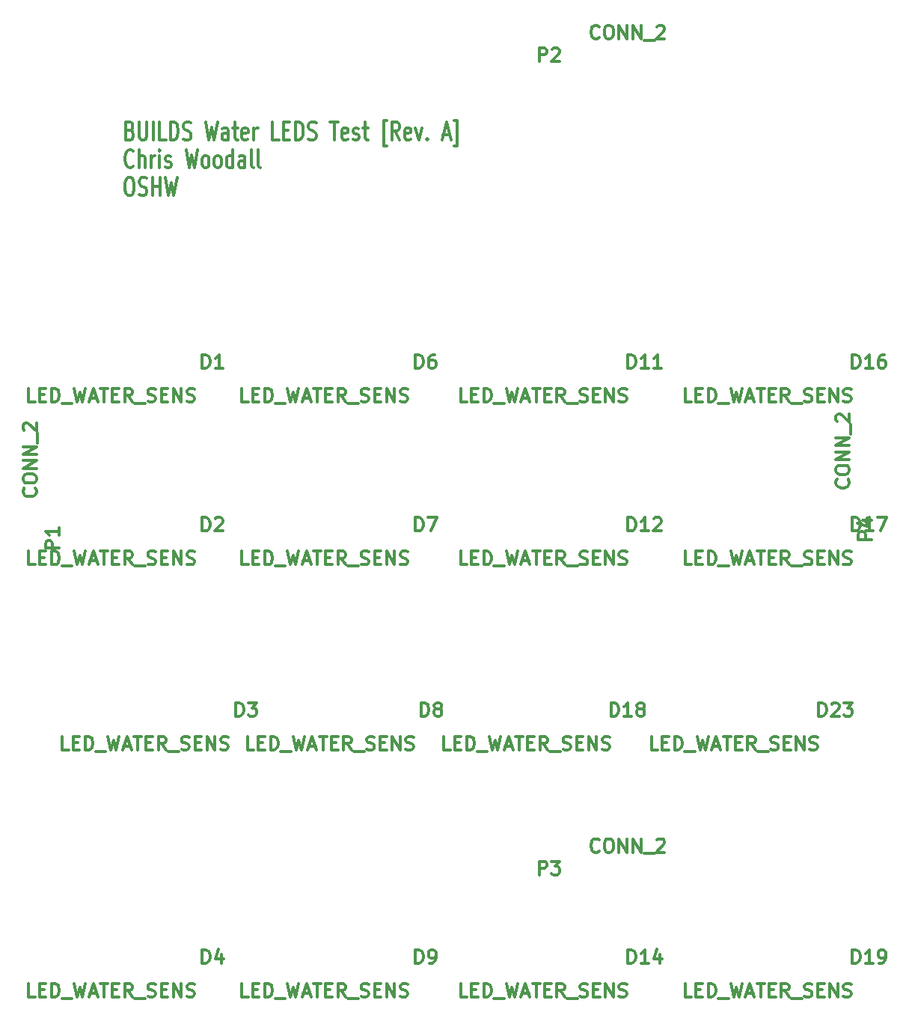
<source format=gto>
G04 (created by PCBNEW-RS274X (2011-nov-30)-testing) date Sat 18 Aug 2012 05:52:09 PM EDT*
%MOIN*%
G04 Gerber Fmt 3.4, Leading zero omitted, Abs format*
%FSLAX34Y34*%
G01*
G70*
G90*
G04 APERTURE LIST*
%ADD10C,0.006*%
%ADD11C,0.012*%
G04 APERTURE END LIST*
G54D10*
G54D11*
X62343Y-36655D02*
X62429Y-36693D01*
X62457Y-36731D01*
X62486Y-36807D01*
X62486Y-36921D01*
X62457Y-36998D01*
X62429Y-37036D01*
X62371Y-37074D01*
X62143Y-37074D01*
X62143Y-36274D01*
X62343Y-36274D01*
X62400Y-36312D01*
X62429Y-36350D01*
X62457Y-36426D01*
X62457Y-36502D01*
X62429Y-36579D01*
X62400Y-36617D01*
X62343Y-36655D01*
X62143Y-36655D01*
X62743Y-36274D02*
X62743Y-36921D01*
X62771Y-36998D01*
X62800Y-37036D01*
X62857Y-37074D01*
X62971Y-37074D01*
X63029Y-37036D01*
X63057Y-36998D01*
X63086Y-36921D01*
X63086Y-36274D01*
X63372Y-37074D02*
X63372Y-36274D01*
X63944Y-37074D02*
X63658Y-37074D01*
X63658Y-36274D01*
X64144Y-37074D02*
X64144Y-36274D01*
X64287Y-36274D01*
X64372Y-36312D01*
X64430Y-36388D01*
X64458Y-36464D01*
X64487Y-36617D01*
X64487Y-36731D01*
X64458Y-36883D01*
X64430Y-36960D01*
X64372Y-37036D01*
X64287Y-37074D01*
X64144Y-37074D01*
X64715Y-37036D02*
X64801Y-37074D01*
X64944Y-37074D01*
X65001Y-37036D01*
X65030Y-36998D01*
X65058Y-36921D01*
X65058Y-36845D01*
X65030Y-36769D01*
X65001Y-36731D01*
X64944Y-36693D01*
X64830Y-36655D01*
X64772Y-36617D01*
X64744Y-36579D01*
X64715Y-36502D01*
X64715Y-36426D01*
X64744Y-36350D01*
X64772Y-36312D01*
X64830Y-36274D01*
X64972Y-36274D01*
X65058Y-36312D01*
X65715Y-36274D02*
X65858Y-37074D01*
X65972Y-36502D01*
X66086Y-37074D01*
X66229Y-36274D01*
X66715Y-37074D02*
X66715Y-36655D01*
X66686Y-36579D01*
X66629Y-36540D01*
X66515Y-36540D01*
X66458Y-36579D01*
X66715Y-37036D02*
X66658Y-37074D01*
X66515Y-37074D01*
X66458Y-37036D01*
X66429Y-36960D01*
X66429Y-36883D01*
X66458Y-36807D01*
X66515Y-36769D01*
X66658Y-36769D01*
X66715Y-36731D01*
X66915Y-36540D02*
X67144Y-36540D01*
X67001Y-36274D02*
X67001Y-36960D01*
X67029Y-37036D01*
X67087Y-37074D01*
X67144Y-37074D01*
X67572Y-37036D02*
X67515Y-37074D01*
X67401Y-37074D01*
X67344Y-37036D01*
X67315Y-36960D01*
X67315Y-36655D01*
X67344Y-36579D01*
X67401Y-36540D01*
X67515Y-36540D01*
X67572Y-36579D01*
X67601Y-36655D01*
X67601Y-36731D01*
X67315Y-36807D01*
X67858Y-37074D02*
X67858Y-36540D01*
X67858Y-36693D02*
X67886Y-36617D01*
X67915Y-36579D01*
X67972Y-36540D01*
X68029Y-36540D01*
X68972Y-37074D02*
X68686Y-37074D01*
X68686Y-36274D01*
X69172Y-36655D02*
X69372Y-36655D01*
X69458Y-37074D02*
X69172Y-37074D01*
X69172Y-36274D01*
X69458Y-36274D01*
X69715Y-37074D02*
X69715Y-36274D01*
X69858Y-36274D01*
X69943Y-36312D01*
X70001Y-36388D01*
X70029Y-36464D01*
X70058Y-36617D01*
X70058Y-36731D01*
X70029Y-36883D01*
X70001Y-36960D01*
X69943Y-37036D01*
X69858Y-37074D01*
X69715Y-37074D01*
X70286Y-37036D02*
X70372Y-37074D01*
X70515Y-37074D01*
X70572Y-37036D01*
X70601Y-36998D01*
X70629Y-36921D01*
X70629Y-36845D01*
X70601Y-36769D01*
X70572Y-36731D01*
X70515Y-36693D01*
X70401Y-36655D01*
X70343Y-36617D01*
X70315Y-36579D01*
X70286Y-36502D01*
X70286Y-36426D01*
X70315Y-36350D01*
X70343Y-36312D01*
X70401Y-36274D01*
X70543Y-36274D01*
X70629Y-36312D01*
X71257Y-36274D02*
X71600Y-36274D01*
X71429Y-37074D02*
X71429Y-36274D01*
X72028Y-37036D02*
X71971Y-37074D01*
X71857Y-37074D01*
X71800Y-37036D01*
X71771Y-36960D01*
X71771Y-36655D01*
X71800Y-36579D01*
X71857Y-36540D01*
X71971Y-36540D01*
X72028Y-36579D01*
X72057Y-36655D01*
X72057Y-36731D01*
X71771Y-36807D01*
X72285Y-37036D02*
X72342Y-37074D01*
X72457Y-37074D01*
X72514Y-37036D01*
X72542Y-36960D01*
X72542Y-36921D01*
X72514Y-36845D01*
X72457Y-36807D01*
X72371Y-36807D01*
X72314Y-36769D01*
X72285Y-36693D01*
X72285Y-36655D01*
X72314Y-36579D01*
X72371Y-36540D01*
X72457Y-36540D01*
X72514Y-36579D01*
X72714Y-36540D02*
X72943Y-36540D01*
X72800Y-36274D02*
X72800Y-36960D01*
X72828Y-37036D01*
X72886Y-37074D01*
X72943Y-37074D01*
X73771Y-37340D02*
X73628Y-37340D01*
X73628Y-36198D01*
X73771Y-36198D01*
X74343Y-37074D02*
X74143Y-36693D01*
X74000Y-37074D02*
X74000Y-36274D01*
X74228Y-36274D01*
X74286Y-36312D01*
X74314Y-36350D01*
X74343Y-36426D01*
X74343Y-36540D01*
X74314Y-36617D01*
X74286Y-36655D01*
X74228Y-36693D01*
X74000Y-36693D01*
X74828Y-37036D02*
X74771Y-37074D01*
X74657Y-37074D01*
X74600Y-37036D01*
X74571Y-36960D01*
X74571Y-36655D01*
X74600Y-36579D01*
X74657Y-36540D01*
X74771Y-36540D01*
X74828Y-36579D01*
X74857Y-36655D01*
X74857Y-36731D01*
X74571Y-36807D01*
X75057Y-36540D02*
X75200Y-37074D01*
X75342Y-36540D01*
X75571Y-36998D02*
X75599Y-37036D01*
X75571Y-37074D01*
X75542Y-37036D01*
X75571Y-36998D01*
X75571Y-37074D01*
X76285Y-36845D02*
X76571Y-36845D01*
X76228Y-37074D02*
X76428Y-36274D01*
X76628Y-37074D01*
X76771Y-37340D02*
X76914Y-37340D01*
X76914Y-36198D01*
X76771Y-36198D01*
X62486Y-38238D02*
X62457Y-38276D01*
X62371Y-38314D01*
X62314Y-38314D01*
X62229Y-38276D01*
X62171Y-38200D01*
X62143Y-38123D01*
X62114Y-37971D01*
X62114Y-37857D01*
X62143Y-37704D01*
X62171Y-37628D01*
X62229Y-37552D01*
X62314Y-37514D01*
X62371Y-37514D01*
X62457Y-37552D01*
X62486Y-37590D01*
X62743Y-38314D02*
X62743Y-37514D01*
X63000Y-38314D02*
X63000Y-37895D01*
X62971Y-37819D01*
X62914Y-37780D01*
X62829Y-37780D01*
X62771Y-37819D01*
X62743Y-37857D01*
X63286Y-38314D02*
X63286Y-37780D01*
X63286Y-37933D02*
X63314Y-37857D01*
X63343Y-37819D01*
X63400Y-37780D01*
X63457Y-37780D01*
X63657Y-38314D02*
X63657Y-37780D01*
X63657Y-37514D02*
X63628Y-37552D01*
X63657Y-37590D01*
X63685Y-37552D01*
X63657Y-37514D01*
X63657Y-37590D01*
X63914Y-38276D02*
X63971Y-38314D01*
X64086Y-38314D01*
X64143Y-38276D01*
X64171Y-38200D01*
X64171Y-38161D01*
X64143Y-38085D01*
X64086Y-38047D01*
X64000Y-38047D01*
X63943Y-38009D01*
X63914Y-37933D01*
X63914Y-37895D01*
X63943Y-37819D01*
X64000Y-37780D01*
X64086Y-37780D01*
X64143Y-37819D01*
X64829Y-37514D02*
X64972Y-38314D01*
X65086Y-37742D01*
X65200Y-38314D01*
X65343Y-37514D01*
X65658Y-38314D02*
X65600Y-38276D01*
X65572Y-38238D01*
X65543Y-38161D01*
X65543Y-37933D01*
X65572Y-37857D01*
X65600Y-37819D01*
X65658Y-37780D01*
X65743Y-37780D01*
X65800Y-37819D01*
X65829Y-37857D01*
X65858Y-37933D01*
X65858Y-38161D01*
X65829Y-38238D01*
X65800Y-38276D01*
X65743Y-38314D01*
X65658Y-38314D01*
X66201Y-38314D02*
X66143Y-38276D01*
X66115Y-38238D01*
X66086Y-38161D01*
X66086Y-37933D01*
X66115Y-37857D01*
X66143Y-37819D01*
X66201Y-37780D01*
X66286Y-37780D01*
X66343Y-37819D01*
X66372Y-37857D01*
X66401Y-37933D01*
X66401Y-38161D01*
X66372Y-38238D01*
X66343Y-38276D01*
X66286Y-38314D01*
X66201Y-38314D01*
X66915Y-38314D02*
X66915Y-37514D01*
X66915Y-38276D02*
X66858Y-38314D01*
X66744Y-38314D01*
X66686Y-38276D01*
X66658Y-38238D01*
X66629Y-38161D01*
X66629Y-37933D01*
X66658Y-37857D01*
X66686Y-37819D01*
X66744Y-37780D01*
X66858Y-37780D01*
X66915Y-37819D01*
X67458Y-38314D02*
X67458Y-37895D01*
X67429Y-37819D01*
X67372Y-37780D01*
X67258Y-37780D01*
X67201Y-37819D01*
X67458Y-38276D02*
X67401Y-38314D01*
X67258Y-38314D01*
X67201Y-38276D01*
X67172Y-38200D01*
X67172Y-38123D01*
X67201Y-38047D01*
X67258Y-38009D01*
X67401Y-38009D01*
X67458Y-37971D01*
X67830Y-38314D02*
X67772Y-38276D01*
X67744Y-38200D01*
X67744Y-37514D01*
X68144Y-38314D02*
X68086Y-38276D01*
X68058Y-38200D01*
X68058Y-37514D01*
X62257Y-38754D02*
X62371Y-38754D01*
X62429Y-38792D01*
X62486Y-38868D01*
X62514Y-39020D01*
X62514Y-39287D01*
X62486Y-39440D01*
X62429Y-39516D01*
X62371Y-39554D01*
X62257Y-39554D01*
X62200Y-39516D01*
X62143Y-39440D01*
X62114Y-39287D01*
X62114Y-39020D01*
X62143Y-38868D01*
X62200Y-38792D01*
X62257Y-38754D01*
X62743Y-39516D02*
X62829Y-39554D01*
X62972Y-39554D01*
X63029Y-39516D01*
X63058Y-39478D01*
X63086Y-39401D01*
X63086Y-39325D01*
X63058Y-39249D01*
X63029Y-39211D01*
X62972Y-39173D01*
X62858Y-39135D01*
X62800Y-39097D01*
X62772Y-39059D01*
X62743Y-38982D01*
X62743Y-38906D01*
X62772Y-38830D01*
X62800Y-38792D01*
X62858Y-38754D01*
X63000Y-38754D01*
X63086Y-38792D01*
X63343Y-39554D02*
X63343Y-38754D01*
X63343Y-39135D02*
X63686Y-39135D01*
X63686Y-39554D02*
X63686Y-38754D01*
X63915Y-38754D02*
X64058Y-39554D01*
X64172Y-38982D01*
X64286Y-39554D01*
X64429Y-38754D01*
X75058Y-73743D02*
X75058Y-73143D01*
X75201Y-73143D01*
X75286Y-73171D01*
X75344Y-73229D01*
X75372Y-73286D01*
X75401Y-73400D01*
X75401Y-73486D01*
X75372Y-73600D01*
X75344Y-73657D01*
X75286Y-73714D01*
X75201Y-73743D01*
X75058Y-73743D01*
X75686Y-73743D02*
X75801Y-73743D01*
X75858Y-73714D01*
X75886Y-73686D01*
X75944Y-73600D01*
X75972Y-73486D01*
X75972Y-73257D01*
X75944Y-73200D01*
X75915Y-73171D01*
X75858Y-73143D01*
X75744Y-73143D01*
X75686Y-73171D01*
X75658Y-73200D01*
X75629Y-73257D01*
X75629Y-73400D01*
X75658Y-73457D01*
X75686Y-73486D01*
X75744Y-73514D01*
X75858Y-73514D01*
X75915Y-73486D01*
X75944Y-73457D01*
X75972Y-73400D01*
X67601Y-75243D02*
X67315Y-75243D01*
X67315Y-74643D01*
X67801Y-74929D02*
X68001Y-74929D01*
X68087Y-75243D02*
X67801Y-75243D01*
X67801Y-74643D01*
X68087Y-74643D01*
X68344Y-75243D02*
X68344Y-74643D01*
X68487Y-74643D01*
X68572Y-74671D01*
X68630Y-74729D01*
X68658Y-74786D01*
X68687Y-74900D01*
X68687Y-74986D01*
X68658Y-75100D01*
X68630Y-75157D01*
X68572Y-75214D01*
X68487Y-75243D01*
X68344Y-75243D01*
X68801Y-75300D02*
X69258Y-75300D01*
X69344Y-74643D02*
X69487Y-75243D01*
X69601Y-74814D01*
X69715Y-75243D01*
X69858Y-74643D01*
X70058Y-75071D02*
X70344Y-75071D01*
X70001Y-75243D02*
X70201Y-74643D01*
X70401Y-75243D01*
X70515Y-74643D02*
X70858Y-74643D01*
X70687Y-75243D02*
X70687Y-74643D01*
X71058Y-74929D02*
X71258Y-74929D01*
X71344Y-75243D02*
X71058Y-75243D01*
X71058Y-74643D01*
X71344Y-74643D01*
X71944Y-75243D02*
X71744Y-74957D01*
X71601Y-75243D02*
X71601Y-74643D01*
X71829Y-74643D01*
X71887Y-74671D01*
X71915Y-74700D01*
X71944Y-74757D01*
X71944Y-74843D01*
X71915Y-74900D01*
X71887Y-74929D01*
X71829Y-74957D01*
X71601Y-74957D01*
X72058Y-75300D02*
X72515Y-75300D01*
X72629Y-75214D02*
X72715Y-75243D01*
X72858Y-75243D01*
X72915Y-75214D01*
X72944Y-75186D01*
X72972Y-75129D01*
X72972Y-75071D01*
X72944Y-75014D01*
X72915Y-74986D01*
X72858Y-74957D01*
X72744Y-74929D01*
X72686Y-74900D01*
X72658Y-74871D01*
X72629Y-74814D01*
X72629Y-74757D01*
X72658Y-74700D01*
X72686Y-74671D01*
X72744Y-74643D01*
X72886Y-74643D01*
X72972Y-74671D01*
X73229Y-74929D02*
X73429Y-74929D01*
X73515Y-75243D02*
X73229Y-75243D01*
X73229Y-74643D01*
X73515Y-74643D01*
X73772Y-75243D02*
X73772Y-74643D01*
X74115Y-75243D01*
X74115Y-74643D01*
X74372Y-75214D02*
X74458Y-75243D01*
X74601Y-75243D01*
X74658Y-75214D01*
X74687Y-75186D01*
X74715Y-75129D01*
X74715Y-75071D01*
X74687Y-75014D01*
X74658Y-74986D01*
X74601Y-74957D01*
X74487Y-74929D01*
X74429Y-74900D01*
X74401Y-74871D01*
X74372Y-74814D01*
X74372Y-74757D01*
X74401Y-74700D01*
X74429Y-74671D01*
X74487Y-74643D01*
X74629Y-74643D01*
X74715Y-74671D01*
X95387Y-54866D02*
X94787Y-54866D01*
X94787Y-54638D01*
X94815Y-54580D01*
X94844Y-54552D01*
X94901Y-54523D01*
X94987Y-54523D01*
X95044Y-54552D01*
X95073Y-54580D01*
X95101Y-54638D01*
X95101Y-54866D01*
X94987Y-54009D02*
X95387Y-54009D01*
X94758Y-54152D02*
X95187Y-54295D01*
X95187Y-53923D01*
X94330Y-52195D02*
X94358Y-52224D01*
X94387Y-52310D01*
X94387Y-52367D01*
X94358Y-52452D01*
X94301Y-52510D01*
X94244Y-52538D01*
X94130Y-52567D01*
X94044Y-52567D01*
X93930Y-52538D01*
X93873Y-52510D01*
X93815Y-52452D01*
X93787Y-52367D01*
X93787Y-52310D01*
X93815Y-52224D01*
X93844Y-52195D01*
X93787Y-51824D02*
X93787Y-51710D01*
X93815Y-51652D01*
X93873Y-51595D01*
X93987Y-51567D01*
X94187Y-51567D01*
X94301Y-51595D01*
X94358Y-51652D01*
X94387Y-51710D01*
X94387Y-51824D01*
X94358Y-51881D01*
X94301Y-51938D01*
X94187Y-51967D01*
X93987Y-51967D01*
X93873Y-51938D01*
X93815Y-51881D01*
X93787Y-51824D01*
X94387Y-51309D02*
X93787Y-51309D01*
X94387Y-50966D01*
X93787Y-50966D01*
X94387Y-50680D02*
X93787Y-50680D01*
X94387Y-50337D01*
X93787Y-50337D01*
X94444Y-50194D02*
X94444Y-49737D01*
X93844Y-49623D02*
X93815Y-49594D01*
X93787Y-49537D01*
X93787Y-49394D01*
X93815Y-49337D01*
X93844Y-49308D01*
X93901Y-49280D01*
X93958Y-49280D01*
X94044Y-49308D01*
X94387Y-49651D01*
X94387Y-49280D01*
X80567Y-69797D02*
X80567Y-69197D01*
X80795Y-69197D01*
X80853Y-69225D01*
X80881Y-69254D01*
X80910Y-69311D01*
X80910Y-69397D01*
X80881Y-69454D01*
X80853Y-69483D01*
X80795Y-69511D01*
X80567Y-69511D01*
X81110Y-69197D02*
X81481Y-69197D01*
X81281Y-69425D01*
X81367Y-69425D01*
X81424Y-69454D01*
X81453Y-69483D01*
X81481Y-69540D01*
X81481Y-69683D01*
X81453Y-69740D01*
X81424Y-69768D01*
X81367Y-69797D01*
X81195Y-69797D01*
X81138Y-69768D01*
X81110Y-69740D01*
X83238Y-68740D02*
X83209Y-68768D01*
X83123Y-68797D01*
X83066Y-68797D01*
X82981Y-68768D01*
X82923Y-68711D01*
X82895Y-68654D01*
X82866Y-68540D01*
X82866Y-68454D01*
X82895Y-68340D01*
X82923Y-68283D01*
X82981Y-68225D01*
X83066Y-68197D01*
X83123Y-68197D01*
X83209Y-68225D01*
X83238Y-68254D01*
X83609Y-68197D02*
X83723Y-68197D01*
X83781Y-68225D01*
X83838Y-68283D01*
X83866Y-68397D01*
X83866Y-68597D01*
X83838Y-68711D01*
X83781Y-68768D01*
X83723Y-68797D01*
X83609Y-68797D01*
X83552Y-68768D01*
X83495Y-68711D01*
X83466Y-68597D01*
X83466Y-68397D01*
X83495Y-68283D01*
X83552Y-68225D01*
X83609Y-68197D01*
X84124Y-68797D02*
X84124Y-68197D01*
X84467Y-68797D01*
X84467Y-68197D01*
X84753Y-68797D02*
X84753Y-68197D01*
X85096Y-68797D01*
X85096Y-68197D01*
X85239Y-68854D02*
X85696Y-68854D01*
X85810Y-68254D02*
X85839Y-68225D01*
X85896Y-68197D01*
X86039Y-68197D01*
X86096Y-68225D01*
X86125Y-68254D01*
X86153Y-68311D01*
X86153Y-68368D01*
X86125Y-68454D01*
X85782Y-68797D01*
X86153Y-68797D01*
X80567Y-33576D02*
X80567Y-32976D01*
X80795Y-32976D01*
X80853Y-33004D01*
X80881Y-33033D01*
X80910Y-33090D01*
X80910Y-33176D01*
X80881Y-33233D01*
X80853Y-33262D01*
X80795Y-33290D01*
X80567Y-33290D01*
X81138Y-33033D02*
X81167Y-33004D01*
X81224Y-32976D01*
X81367Y-32976D01*
X81424Y-33004D01*
X81453Y-33033D01*
X81481Y-33090D01*
X81481Y-33147D01*
X81453Y-33233D01*
X81110Y-33576D01*
X81481Y-33576D01*
X83238Y-32519D02*
X83209Y-32547D01*
X83123Y-32576D01*
X83066Y-32576D01*
X82981Y-32547D01*
X82923Y-32490D01*
X82895Y-32433D01*
X82866Y-32319D01*
X82866Y-32233D01*
X82895Y-32119D01*
X82923Y-32062D01*
X82981Y-32004D01*
X83066Y-31976D01*
X83123Y-31976D01*
X83209Y-32004D01*
X83238Y-32033D01*
X83609Y-31976D02*
X83723Y-31976D01*
X83781Y-32004D01*
X83838Y-32062D01*
X83866Y-32176D01*
X83866Y-32376D01*
X83838Y-32490D01*
X83781Y-32547D01*
X83723Y-32576D01*
X83609Y-32576D01*
X83552Y-32547D01*
X83495Y-32490D01*
X83466Y-32376D01*
X83466Y-32176D01*
X83495Y-32062D01*
X83552Y-32004D01*
X83609Y-31976D01*
X84124Y-32576D02*
X84124Y-31976D01*
X84467Y-32576D01*
X84467Y-31976D01*
X84753Y-32576D02*
X84753Y-31976D01*
X85096Y-32576D01*
X85096Y-31976D01*
X85239Y-32633D02*
X85696Y-32633D01*
X85810Y-32033D02*
X85839Y-32004D01*
X85896Y-31976D01*
X86039Y-31976D01*
X86096Y-32004D01*
X86125Y-32033D01*
X86153Y-32090D01*
X86153Y-32147D01*
X86125Y-32233D01*
X85782Y-32576D01*
X86153Y-32576D01*
X59167Y-55260D02*
X58567Y-55260D01*
X58567Y-55032D01*
X58595Y-54974D01*
X58624Y-54946D01*
X58681Y-54917D01*
X58767Y-54917D01*
X58824Y-54946D01*
X58853Y-54974D01*
X58881Y-55032D01*
X58881Y-55260D01*
X59167Y-54346D02*
X59167Y-54689D01*
X59167Y-54517D02*
X58567Y-54517D01*
X58653Y-54574D01*
X58710Y-54632D01*
X58738Y-54689D01*
X58110Y-52589D02*
X58138Y-52618D01*
X58167Y-52704D01*
X58167Y-52761D01*
X58138Y-52846D01*
X58081Y-52904D01*
X58024Y-52932D01*
X57910Y-52961D01*
X57824Y-52961D01*
X57710Y-52932D01*
X57653Y-52904D01*
X57595Y-52846D01*
X57567Y-52761D01*
X57567Y-52704D01*
X57595Y-52618D01*
X57624Y-52589D01*
X57567Y-52218D02*
X57567Y-52104D01*
X57595Y-52046D01*
X57653Y-51989D01*
X57767Y-51961D01*
X57967Y-51961D01*
X58081Y-51989D01*
X58138Y-52046D01*
X58167Y-52104D01*
X58167Y-52218D01*
X58138Y-52275D01*
X58081Y-52332D01*
X57967Y-52361D01*
X57767Y-52361D01*
X57653Y-52332D01*
X57595Y-52275D01*
X57567Y-52218D01*
X58167Y-51703D02*
X57567Y-51703D01*
X58167Y-51360D01*
X57567Y-51360D01*
X58167Y-51074D02*
X57567Y-51074D01*
X58167Y-50731D01*
X57567Y-50731D01*
X58224Y-50588D02*
X58224Y-50131D01*
X57624Y-50017D02*
X57595Y-49988D01*
X57567Y-49931D01*
X57567Y-49788D01*
X57595Y-49731D01*
X57624Y-49702D01*
X57681Y-49674D01*
X57738Y-49674D01*
X57824Y-49702D01*
X58167Y-50045D01*
X58167Y-49674D01*
X65558Y-73743D02*
X65558Y-73143D01*
X65701Y-73143D01*
X65786Y-73171D01*
X65844Y-73229D01*
X65872Y-73286D01*
X65901Y-73400D01*
X65901Y-73486D01*
X65872Y-73600D01*
X65844Y-73657D01*
X65786Y-73714D01*
X65701Y-73743D01*
X65558Y-73743D01*
X66415Y-73343D02*
X66415Y-73743D01*
X66272Y-73114D02*
X66129Y-73543D01*
X66501Y-73543D01*
X58101Y-75243D02*
X57815Y-75243D01*
X57815Y-74643D01*
X58301Y-74929D02*
X58501Y-74929D01*
X58587Y-75243D02*
X58301Y-75243D01*
X58301Y-74643D01*
X58587Y-74643D01*
X58844Y-75243D02*
X58844Y-74643D01*
X58987Y-74643D01*
X59072Y-74671D01*
X59130Y-74729D01*
X59158Y-74786D01*
X59187Y-74900D01*
X59187Y-74986D01*
X59158Y-75100D01*
X59130Y-75157D01*
X59072Y-75214D01*
X58987Y-75243D01*
X58844Y-75243D01*
X59301Y-75300D02*
X59758Y-75300D01*
X59844Y-74643D02*
X59987Y-75243D01*
X60101Y-74814D01*
X60215Y-75243D01*
X60358Y-74643D01*
X60558Y-75071D02*
X60844Y-75071D01*
X60501Y-75243D02*
X60701Y-74643D01*
X60901Y-75243D01*
X61015Y-74643D02*
X61358Y-74643D01*
X61187Y-75243D02*
X61187Y-74643D01*
X61558Y-74929D02*
X61758Y-74929D01*
X61844Y-75243D02*
X61558Y-75243D01*
X61558Y-74643D01*
X61844Y-74643D01*
X62444Y-75243D02*
X62244Y-74957D01*
X62101Y-75243D02*
X62101Y-74643D01*
X62329Y-74643D01*
X62387Y-74671D01*
X62415Y-74700D01*
X62444Y-74757D01*
X62444Y-74843D01*
X62415Y-74900D01*
X62387Y-74929D01*
X62329Y-74957D01*
X62101Y-74957D01*
X62558Y-75300D02*
X63015Y-75300D01*
X63129Y-75214D02*
X63215Y-75243D01*
X63358Y-75243D01*
X63415Y-75214D01*
X63444Y-75186D01*
X63472Y-75129D01*
X63472Y-75071D01*
X63444Y-75014D01*
X63415Y-74986D01*
X63358Y-74957D01*
X63244Y-74929D01*
X63186Y-74900D01*
X63158Y-74871D01*
X63129Y-74814D01*
X63129Y-74757D01*
X63158Y-74700D01*
X63186Y-74671D01*
X63244Y-74643D01*
X63386Y-74643D01*
X63472Y-74671D01*
X63729Y-74929D02*
X63929Y-74929D01*
X64015Y-75243D02*
X63729Y-75243D01*
X63729Y-74643D01*
X64015Y-74643D01*
X64272Y-75243D02*
X64272Y-74643D01*
X64615Y-75243D01*
X64615Y-74643D01*
X64872Y-75214D02*
X64958Y-75243D01*
X65101Y-75243D01*
X65158Y-75214D01*
X65187Y-75186D01*
X65215Y-75129D01*
X65215Y-75071D01*
X65187Y-75014D01*
X65158Y-74986D01*
X65101Y-74957D01*
X64987Y-74929D01*
X64929Y-74900D01*
X64901Y-74871D01*
X64872Y-74814D01*
X64872Y-74757D01*
X64901Y-74700D01*
X64929Y-74671D01*
X64987Y-74643D01*
X65129Y-74643D01*
X65215Y-74671D01*
X94522Y-73743D02*
X94522Y-73143D01*
X94665Y-73143D01*
X94750Y-73171D01*
X94808Y-73229D01*
X94836Y-73286D01*
X94865Y-73400D01*
X94865Y-73486D01*
X94836Y-73600D01*
X94808Y-73657D01*
X94750Y-73714D01*
X94665Y-73743D01*
X94522Y-73743D01*
X95436Y-73743D02*
X95093Y-73743D01*
X95265Y-73743D02*
X95265Y-73143D01*
X95208Y-73229D01*
X95150Y-73286D01*
X95093Y-73314D01*
X95721Y-73743D02*
X95836Y-73743D01*
X95893Y-73714D01*
X95921Y-73686D01*
X95979Y-73600D01*
X96007Y-73486D01*
X96007Y-73257D01*
X95979Y-73200D01*
X95950Y-73171D01*
X95893Y-73143D01*
X95779Y-73143D01*
X95721Y-73171D01*
X95693Y-73200D01*
X95664Y-73257D01*
X95664Y-73400D01*
X95693Y-73457D01*
X95721Y-73486D01*
X95779Y-73514D01*
X95893Y-73514D01*
X95950Y-73486D01*
X95979Y-73457D01*
X96007Y-73400D01*
X87351Y-75243D02*
X87065Y-75243D01*
X87065Y-74643D01*
X87551Y-74929D02*
X87751Y-74929D01*
X87837Y-75243D02*
X87551Y-75243D01*
X87551Y-74643D01*
X87837Y-74643D01*
X88094Y-75243D02*
X88094Y-74643D01*
X88237Y-74643D01*
X88322Y-74671D01*
X88380Y-74729D01*
X88408Y-74786D01*
X88437Y-74900D01*
X88437Y-74986D01*
X88408Y-75100D01*
X88380Y-75157D01*
X88322Y-75214D01*
X88237Y-75243D01*
X88094Y-75243D01*
X88551Y-75300D02*
X89008Y-75300D01*
X89094Y-74643D02*
X89237Y-75243D01*
X89351Y-74814D01*
X89465Y-75243D01*
X89608Y-74643D01*
X89808Y-75071D02*
X90094Y-75071D01*
X89751Y-75243D02*
X89951Y-74643D01*
X90151Y-75243D01*
X90265Y-74643D02*
X90608Y-74643D01*
X90437Y-75243D02*
X90437Y-74643D01*
X90808Y-74929D02*
X91008Y-74929D01*
X91094Y-75243D02*
X90808Y-75243D01*
X90808Y-74643D01*
X91094Y-74643D01*
X91694Y-75243D02*
X91494Y-74957D01*
X91351Y-75243D02*
X91351Y-74643D01*
X91579Y-74643D01*
X91637Y-74671D01*
X91665Y-74700D01*
X91694Y-74757D01*
X91694Y-74843D01*
X91665Y-74900D01*
X91637Y-74929D01*
X91579Y-74957D01*
X91351Y-74957D01*
X91808Y-75300D02*
X92265Y-75300D01*
X92379Y-75214D02*
X92465Y-75243D01*
X92608Y-75243D01*
X92665Y-75214D01*
X92694Y-75186D01*
X92722Y-75129D01*
X92722Y-75071D01*
X92694Y-75014D01*
X92665Y-74986D01*
X92608Y-74957D01*
X92494Y-74929D01*
X92436Y-74900D01*
X92408Y-74871D01*
X92379Y-74814D01*
X92379Y-74757D01*
X92408Y-74700D01*
X92436Y-74671D01*
X92494Y-74643D01*
X92636Y-74643D01*
X92722Y-74671D01*
X92979Y-74929D02*
X93179Y-74929D01*
X93265Y-75243D02*
X92979Y-75243D01*
X92979Y-74643D01*
X93265Y-74643D01*
X93522Y-75243D02*
X93522Y-74643D01*
X93865Y-75243D01*
X93865Y-74643D01*
X94122Y-75214D02*
X94208Y-75243D01*
X94351Y-75243D01*
X94408Y-75214D01*
X94437Y-75186D01*
X94465Y-75129D01*
X94465Y-75071D01*
X94437Y-75014D01*
X94408Y-74986D01*
X94351Y-74957D01*
X94237Y-74929D01*
X94179Y-74900D01*
X94151Y-74871D01*
X94122Y-74814D01*
X94122Y-74757D01*
X94151Y-74700D01*
X94179Y-74671D01*
X94237Y-74643D01*
X94379Y-74643D01*
X94465Y-74671D01*
X84522Y-73743D02*
X84522Y-73143D01*
X84665Y-73143D01*
X84750Y-73171D01*
X84808Y-73229D01*
X84836Y-73286D01*
X84865Y-73400D01*
X84865Y-73486D01*
X84836Y-73600D01*
X84808Y-73657D01*
X84750Y-73714D01*
X84665Y-73743D01*
X84522Y-73743D01*
X85436Y-73743D02*
X85093Y-73743D01*
X85265Y-73743D02*
X85265Y-73143D01*
X85208Y-73229D01*
X85150Y-73286D01*
X85093Y-73314D01*
X85950Y-73343D02*
X85950Y-73743D01*
X85807Y-73114D02*
X85664Y-73543D01*
X86036Y-73543D01*
X77351Y-75243D02*
X77065Y-75243D01*
X77065Y-74643D01*
X77551Y-74929D02*
X77751Y-74929D01*
X77837Y-75243D02*
X77551Y-75243D01*
X77551Y-74643D01*
X77837Y-74643D01*
X78094Y-75243D02*
X78094Y-74643D01*
X78237Y-74643D01*
X78322Y-74671D01*
X78380Y-74729D01*
X78408Y-74786D01*
X78437Y-74900D01*
X78437Y-74986D01*
X78408Y-75100D01*
X78380Y-75157D01*
X78322Y-75214D01*
X78237Y-75243D01*
X78094Y-75243D01*
X78551Y-75300D02*
X79008Y-75300D01*
X79094Y-74643D02*
X79237Y-75243D01*
X79351Y-74814D01*
X79465Y-75243D01*
X79608Y-74643D01*
X79808Y-75071D02*
X80094Y-75071D01*
X79751Y-75243D02*
X79951Y-74643D01*
X80151Y-75243D01*
X80265Y-74643D02*
X80608Y-74643D01*
X80437Y-75243D02*
X80437Y-74643D01*
X80808Y-74929D02*
X81008Y-74929D01*
X81094Y-75243D02*
X80808Y-75243D01*
X80808Y-74643D01*
X81094Y-74643D01*
X81694Y-75243D02*
X81494Y-74957D01*
X81351Y-75243D02*
X81351Y-74643D01*
X81579Y-74643D01*
X81637Y-74671D01*
X81665Y-74700D01*
X81694Y-74757D01*
X81694Y-74843D01*
X81665Y-74900D01*
X81637Y-74929D01*
X81579Y-74957D01*
X81351Y-74957D01*
X81808Y-75300D02*
X82265Y-75300D01*
X82379Y-75214D02*
X82465Y-75243D01*
X82608Y-75243D01*
X82665Y-75214D01*
X82694Y-75186D01*
X82722Y-75129D01*
X82722Y-75071D01*
X82694Y-75014D01*
X82665Y-74986D01*
X82608Y-74957D01*
X82494Y-74929D01*
X82436Y-74900D01*
X82408Y-74871D01*
X82379Y-74814D01*
X82379Y-74757D01*
X82408Y-74700D01*
X82436Y-74671D01*
X82494Y-74643D01*
X82636Y-74643D01*
X82722Y-74671D01*
X82979Y-74929D02*
X83179Y-74929D01*
X83265Y-75243D02*
X82979Y-75243D01*
X82979Y-74643D01*
X83265Y-74643D01*
X83522Y-75243D02*
X83522Y-74643D01*
X83865Y-75243D01*
X83865Y-74643D01*
X84122Y-75214D02*
X84208Y-75243D01*
X84351Y-75243D01*
X84408Y-75214D01*
X84437Y-75186D01*
X84465Y-75129D01*
X84465Y-75071D01*
X84437Y-75014D01*
X84408Y-74986D01*
X84351Y-74957D01*
X84237Y-74929D01*
X84179Y-74900D01*
X84151Y-74871D01*
X84122Y-74814D01*
X84122Y-74757D01*
X84151Y-74700D01*
X84179Y-74671D01*
X84237Y-74643D01*
X84379Y-74643D01*
X84465Y-74671D01*
X67058Y-62743D02*
X67058Y-62143D01*
X67201Y-62143D01*
X67286Y-62171D01*
X67344Y-62229D01*
X67372Y-62286D01*
X67401Y-62400D01*
X67401Y-62486D01*
X67372Y-62600D01*
X67344Y-62657D01*
X67286Y-62714D01*
X67201Y-62743D01*
X67058Y-62743D01*
X67601Y-62143D02*
X67972Y-62143D01*
X67772Y-62371D01*
X67858Y-62371D01*
X67915Y-62400D01*
X67944Y-62429D01*
X67972Y-62486D01*
X67972Y-62629D01*
X67944Y-62686D01*
X67915Y-62714D01*
X67858Y-62743D01*
X67686Y-62743D01*
X67629Y-62714D01*
X67601Y-62686D01*
X59601Y-64243D02*
X59315Y-64243D01*
X59315Y-63643D01*
X59801Y-63929D02*
X60001Y-63929D01*
X60087Y-64243D02*
X59801Y-64243D01*
X59801Y-63643D01*
X60087Y-63643D01*
X60344Y-64243D02*
X60344Y-63643D01*
X60487Y-63643D01*
X60572Y-63671D01*
X60630Y-63729D01*
X60658Y-63786D01*
X60687Y-63900D01*
X60687Y-63986D01*
X60658Y-64100D01*
X60630Y-64157D01*
X60572Y-64214D01*
X60487Y-64243D01*
X60344Y-64243D01*
X60801Y-64300D02*
X61258Y-64300D01*
X61344Y-63643D02*
X61487Y-64243D01*
X61601Y-63814D01*
X61715Y-64243D01*
X61858Y-63643D01*
X62058Y-64071D02*
X62344Y-64071D01*
X62001Y-64243D02*
X62201Y-63643D01*
X62401Y-64243D01*
X62515Y-63643D02*
X62858Y-63643D01*
X62687Y-64243D02*
X62687Y-63643D01*
X63058Y-63929D02*
X63258Y-63929D01*
X63344Y-64243D02*
X63058Y-64243D01*
X63058Y-63643D01*
X63344Y-63643D01*
X63944Y-64243D02*
X63744Y-63957D01*
X63601Y-64243D02*
X63601Y-63643D01*
X63829Y-63643D01*
X63887Y-63671D01*
X63915Y-63700D01*
X63944Y-63757D01*
X63944Y-63843D01*
X63915Y-63900D01*
X63887Y-63929D01*
X63829Y-63957D01*
X63601Y-63957D01*
X64058Y-64300D02*
X64515Y-64300D01*
X64629Y-64214D02*
X64715Y-64243D01*
X64858Y-64243D01*
X64915Y-64214D01*
X64944Y-64186D01*
X64972Y-64129D01*
X64972Y-64071D01*
X64944Y-64014D01*
X64915Y-63986D01*
X64858Y-63957D01*
X64744Y-63929D01*
X64686Y-63900D01*
X64658Y-63871D01*
X64629Y-63814D01*
X64629Y-63757D01*
X64658Y-63700D01*
X64686Y-63671D01*
X64744Y-63643D01*
X64886Y-63643D01*
X64972Y-63671D01*
X65229Y-63929D02*
X65429Y-63929D01*
X65515Y-64243D02*
X65229Y-64243D01*
X65229Y-63643D01*
X65515Y-63643D01*
X65772Y-64243D02*
X65772Y-63643D01*
X66115Y-64243D01*
X66115Y-63643D01*
X66372Y-64214D02*
X66458Y-64243D01*
X66601Y-64243D01*
X66658Y-64214D01*
X66687Y-64186D01*
X66715Y-64129D01*
X66715Y-64071D01*
X66687Y-64014D01*
X66658Y-63986D01*
X66601Y-63957D01*
X66487Y-63929D01*
X66429Y-63900D01*
X66401Y-63871D01*
X66372Y-63814D01*
X66372Y-63757D01*
X66401Y-63700D01*
X66429Y-63671D01*
X66487Y-63643D01*
X66629Y-63643D01*
X66715Y-63671D01*
X93022Y-62743D02*
X93022Y-62143D01*
X93165Y-62143D01*
X93250Y-62171D01*
X93308Y-62229D01*
X93336Y-62286D01*
X93365Y-62400D01*
X93365Y-62486D01*
X93336Y-62600D01*
X93308Y-62657D01*
X93250Y-62714D01*
X93165Y-62743D01*
X93022Y-62743D01*
X93593Y-62200D02*
X93622Y-62171D01*
X93679Y-62143D01*
X93822Y-62143D01*
X93879Y-62171D01*
X93908Y-62200D01*
X93936Y-62257D01*
X93936Y-62314D01*
X93908Y-62400D01*
X93565Y-62743D01*
X93936Y-62743D01*
X94136Y-62143D02*
X94507Y-62143D01*
X94307Y-62371D01*
X94393Y-62371D01*
X94450Y-62400D01*
X94479Y-62429D01*
X94507Y-62486D01*
X94507Y-62629D01*
X94479Y-62686D01*
X94450Y-62714D01*
X94393Y-62743D01*
X94221Y-62743D01*
X94164Y-62714D01*
X94136Y-62686D01*
X85851Y-64243D02*
X85565Y-64243D01*
X85565Y-63643D01*
X86051Y-63929D02*
X86251Y-63929D01*
X86337Y-64243D02*
X86051Y-64243D01*
X86051Y-63643D01*
X86337Y-63643D01*
X86594Y-64243D02*
X86594Y-63643D01*
X86737Y-63643D01*
X86822Y-63671D01*
X86880Y-63729D01*
X86908Y-63786D01*
X86937Y-63900D01*
X86937Y-63986D01*
X86908Y-64100D01*
X86880Y-64157D01*
X86822Y-64214D01*
X86737Y-64243D01*
X86594Y-64243D01*
X87051Y-64300D02*
X87508Y-64300D01*
X87594Y-63643D02*
X87737Y-64243D01*
X87851Y-63814D01*
X87965Y-64243D01*
X88108Y-63643D01*
X88308Y-64071D02*
X88594Y-64071D01*
X88251Y-64243D02*
X88451Y-63643D01*
X88651Y-64243D01*
X88765Y-63643D02*
X89108Y-63643D01*
X88937Y-64243D02*
X88937Y-63643D01*
X89308Y-63929D02*
X89508Y-63929D01*
X89594Y-64243D02*
X89308Y-64243D01*
X89308Y-63643D01*
X89594Y-63643D01*
X90194Y-64243D02*
X89994Y-63957D01*
X89851Y-64243D02*
X89851Y-63643D01*
X90079Y-63643D01*
X90137Y-63671D01*
X90165Y-63700D01*
X90194Y-63757D01*
X90194Y-63843D01*
X90165Y-63900D01*
X90137Y-63929D01*
X90079Y-63957D01*
X89851Y-63957D01*
X90308Y-64300D02*
X90765Y-64300D01*
X90879Y-64214D02*
X90965Y-64243D01*
X91108Y-64243D01*
X91165Y-64214D01*
X91194Y-64186D01*
X91222Y-64129D01*
X91222Y-64071D01*
X91194Y-64014D01*
X91165Y-63986D01*
X91108Y-63957D01*
X90994Y-63929D01*
X90936Y-63900D01*
X90908Y-63871D01*
X90879Y-63814D01*
X90879Y-63757D01*
X90908Y-63700D01*
X90936Y-63671D01*
X90994Y-63643D01*
X91136Y-63643D01*
X91222Y-63671D01*
X91479Y-63929D02*
X91679Y-63929D01*
X91765Y-64243D02*
X91479Y-64243D01*
X91479Y-63643D01*
X91765Y-63643D01*
X92022Y-64243D02*
X92022Y-63643D01*
X92365Y-64243D01*
X92365Y-63643D01*
X92622Y-64214D02*
X92708Y-64243D01*
X92851Y-64243D01*
X92908Y-64214D01*
X92937Y-64186D01*
X92965Y-64129D01*
X92965Y-64071D01*
X92937Y-64014D01*
X92908Y-63986D01*
X92851Y-63957D01*
X92737Y-63929D01*
X92679Y-63900D01*
X92651Y-63871D01*
X92622Y-63814D01*
X92622Y-63757D01*
X92651Y-63700D01*
X92679Y-63671D01*
X92737Y-63643D01*
X92879Y-63643D01*
X92965Y-63671D01*
X83772Y-62743D02*
X83772Y-62143D01*
X83915Y-62143D01*
X84000Y-62171D01*
X84058Y-62229D01*
X84086Y-62286D01*
X84115Y-62400D01*
X84115Y-62486D01*
X84086Y-62600D01*
X84058Y-62657D01*
X84000Y-62714D01*
X83915Y-62743D01*
X83772Y-62743D01*
X84686Y-62743D02*
X84343Y-62743D01*
X84515Y-62743D02*
X84515Y-62143D01*
X84458Y-62229D01*
X84400Y-62286D01*
X84343Y-62314D01*
X85029Y-62400D02*
X84971Y-62371D01*
X84943Y-62343D01*
X84914Y-62286D01*
X84914Y-62257D01*
X84943Y-62200D01*
X84971Y-62171D01*
X85029Y-62143D01*
X85143Y-62143D01*
X85200Y-62171D01*
X85229Y-62200D01*
X85257Y-62257D01*
X85257Y-62286D01*
X85229Y-62343D01*
X85200Y-62371D01*
X85143Y-62400D01*
X85029Y-62400D01*
X84971Y-62429D01*
X84943Y-62457D01*
X84914Y-62514D01*
X84914Y-62629D01*
X84943Y-62686D01*
X84971Y-62714D01*
X85029Y-62743D01*
X85143Y-62743D01*
X85200Y-62714D01*
X85229Y-62686D01*
X85257Y-62629D01*
X85257Y-62514D01*
X85229Y-62457D01*
X85200Y-62429D01*
X85143Y-62400D01*
X76601Y-64243D02*
X76315Y-64243D01*
X76315Y-63643D01*
X76801Y-63929D02*
X77001Y-63929D01*
X77087Y-64243D02*
X76801Y-64243D01*
X76801Y-63643D01*
X77087Y-63643D01*
X77344Y-64243D02*
X77344Y-63643D01*
X77487Y-63643D01*
X77572Y-63671D01*
X77630Y-63729D01*
X77658Y-63786D01*
X77687Y-63900D01*
X77687Y-63986D01*
X77658Y-64100D01*
X77630Y-64157D01*
X77572Y-64214D01*
X77487Y-64243D01*
X77344Y-64243D01*
X77801Y-64300D02*
X78258Y-64300D01*
X78344Y-63643D02*
X78487Y-64243D01*
X78601Y-63814D01*
X78715Y-64243D01*
X78858Y-63643D01*
X79058Y-64071D02*
X79344Y-64071D01*
X79001Y-64243D02*
X79201Y-63643D01*
X79401Y-64243D01*
X79515Y-63643D02*
X79858Y-63643D01*
X79687Y-64243D02*
X79687Y-63643D01*
X80058Y-63929D02*
X80258Y-63929D01*
X80344Y-64243D02*
X80058Y-64243D01*
X80058Y-63643D01*
X80344Y-63643D01*
X80944Y-64243D02*
X80744Y-63957D01*
X80601Y-64243D02*
X80601Y-63643D01*
X80829Y-63643D01*
X80887Y-63671D01*
X80915Y-63700D01*
X80944Y-63757D01*
X80944Y-63843D01*
X80915Y-63900D01*
X80887Y-63929D01*
X80829Y-63957D01*
X80601Y-63957D01*
X81058Y-64300D02*
X81515Y-64300D01*
X81629Y-64214D02*
X81715Y-64243D01*
X81858Y-64243D01*
X81915Y-64214D01*
X81944Y-64186D01*
X81972Y-64129D01*
X81972Y-64071D01*
X81944Y-64014D01*
X81915Y-63986D01*
X81858Y-63957D01*
X81744Y-63929D01*
X81686Y-63900D01*
X81658Y-63871D01*
X81629Y-63814D01*
X81629Y-63757D01*
X81658Y-63700D01*
X81686Y-63671D01*
X81744Y-63643D01*
X81886Y-63643D01*
X81972Y-63671D01*
X82229Y-63929D02*
X82429Y-63929D01*
X82515Y-64243D02*
X82229Y-64243D01*
X82229Y-63643D01*
X82515Y-63643D01*
X82772Y-64243D02*
X82772Y-63643D01*
X83115Y-64243D01*
X83115Y-63643D01*
X83372Y-64214D02*
X83458Y-64243D01*
X83601Y-64243D01*
X83658Y-64214D01*
X83687Y-64186D01*
X83715Y-64129D01*
X83715Y-64071D01*
X83687Y-64014D01*
X83658Y-63986D01*
X83601Y-63957D01*
X83487Y-63929D01*
X83429Y-63900D01*
X83401Y-63871D01*
X83372Y-63814D01*
X83372Y-63757D01*
X83401Y-63700D01*
X83429Y-63671D01*
X83487Y-63643D01*
X83629Y-63643D01*
X83715Y-63671D01*
X75308Y-62743D02*
X75308Y-62143D01*
X75451Y-62143D01*
X75536Y-62171D01*
X75594Y-62229D01*
X75622Y-62286D01*
X75651Y-62400D01*
X75651Y-62486D01*
X75622Y-62600D01*
X75594Y-62657D01*
X75536Y-62714D01*
X75451Y-62743D01*
X75308Y-62743D01*
X75994Y-62400D02*
X75936Y-62371D01*
X75908Y-62343D01*
X75879Y-62286D01*
X75879Y-62257D01*
X75908Y-62200D01*
X75936Y-62171D01*
X75994Y-62143D01*
X76108Y-62143D01*
X76165Y-62171D01*
X76194Y-62200D01*
X76222Y-62257D01*
X76222Y-62286D01*
X76194Y-62343D01*
X76165Y-62371D01*
X76108Y-62400D01*
X75994Y-62400D01*
X75936Y-62429D01*
X75908Y-62457D01*
X75879Y-62514D01*
X75879Y-62629D01*
X75908Y-62686D01*
X75936Y-62714D01*
X75994Y-62743D01*
X76108Y-62743D01*
X76165Y-62714D01*
X76194Y-62686D01*
X76222Y-62629D01*
X76222Y-62514D01*
X76194Y-62457D01*
X76165Y-62429D01*
X76108Y-62400D01*
X67851Y-64243D02*
X67565Y-64243D01*
X67565Y-63643D01*
X68051Y-63929D02*
X68251Y-63929D01*
X68337Y-64243D02*
X68051Y-64243D01*
X68051Y-63643D01*
X68337Y-63643D01*
X68594Y-64243D02*
X68594Y-63643D01*
X68737Y-63643D01*
X68822Y-63671D01*
X68880Y-63729D01*
X68908Y-63786D01*
X68937Y-63900D01*
X68937Y-63986D01*
X68908Y-64100D01*
X68880Y-64157D01*
X68822Y-64214D01*
X68737Y-64243D01*
X68594Y-64243D01*
X69051Y-64300D02*
X69508Y-64300D01*
X69594Y-63643D02*
X69737Y-64243D01*
X69851Y-63814D01*
X69965Y-64243D01*
X70108Y-63643D01*
X70308Y-64071D02*
X70594Y-64071D01*
X70251Y-64243D02*
X70451Y-63643D01*
X70651Y-64243D01*
X70765Y-63643D02*
X71108Y-63643D01*
X70937Y-64243D02*
X70937Y-63643D01*
X71308Y-63929D02*
X71508Y-63929D01*
X71594Y-64243D02*
X71308Y-64243D01*
X71308Y-63643D01*
X71594Y-63643D01*
X72194Y-64243D02*
X71994Y-63957D01*
X71851Y-64243D02*
X71851Y-63643D01*
X72079Y-63643D01*
X72137Y-63671D01*
X72165Y-63700D01*
X72194Y-63757D01*
X72194Y-63843D01*
X72165Y-63900D01*
X72137Y-63929D01*
X72079Y-63957D01*
X71851Y-63957D01*
X72308Y-64300D02*
X72765Y-64300D01*
X72879Y-64214D02*
X72965Y-64243D01*
X73108Y-64243D01*
X73165Y-64214D01*
X73194Y-64186D01*
X73222Y-64129D01*
X73222Y-64071D01*
X73194Y-64014D01*
X73165Y-63986D01*
X73108Y-63957D01*
X72994Y-63929D01*
X72936Y-63900D01*
X72908Y-63871D01*
X72879Y-63814D01*
X72879Y-63757D01*
X72908Y-63700D01*
X72936Y-63671D01*
X72994Y-63643D01*
X73136Y-63643D01*
X73222Y-63671D01*
X73479Y-63929D02*
X73679Y-63929D01*
X73765Y-64243D02*
X73479Y-64243D01*
X73479Y-63643D01*
X73765Y-63643D01*
X74022Y-64243D02*
X74022Y-63643D01*
X74365Y-64243D01*
X74365Y-63643D01*
X74622Y-64214D02*
X74708Y-64243D01*
X74851Y-64243D01*
X74908Y-64214D01*
X74937Y-64186D01*
X74965Y-64129D01*
X74965Y-64071D01*
X74937Y-64014D01*
X74908Y-63986D01*
X74851Y-63957D01*
X74737Y-63929D01*
X74679Y-63900D01*
X74651Y-63871D01*
X74622Y-63814D01*
X74622Y-63757D01*
X74651Y-63700D01*
X74679Y-63671D01*
X74737Y-63643D01*
X74879Y-63643D01*
X74965Y-63671D01*
X65558Y-54493D02*
X65558Y-53893D01*
X65701Y-53893D01*
X65786Y-53921D01*
X65844Y-53979D01*
X65872Y-54036D01*
X65901Y-54150D01*
X65901Y-54236D01*
X65872Y-54350D01*
X65844Y-54407D01*
X65786Y-54464D01*
X65701Y-54493D01*
X65558Y-54493D01*
X66129Y-53950D02*
X66158Y-53921D01*
X66215Y-53893D01*
X66358Y-53893D01*
X66415Y-53921D01*
X66444Y-53950D01*
X66472Y-54007D01*
X66472Y-54064D01*
X66444Y-54150D01*
X66101Y-54493D01*
X66472Y-54493D01*
X58101Y-55993D02*
X57815Y-55993D01*
X57815Y-55393D01*
X58301Y-55679D02*
X58501Y-55679D01*
X58587Y-55993D02*
X58301Y-55993D01*
X58301Y-55393D01*
X58587Y-55393D01*
X58844Y-55993D02*
X58844Y-55393D01*
X58987Y-55393D01*
X59072Y-55421D01*
X59130Y-55479D01*
X59158Y-55536D01*
X59187Y-55650D01*
X59187Y-55736D01*
X59158Y-55850D01*
X59130Y-55907D01*
X59072Y-55964D01*
X58987Y-55993D01*
X58844Y-55993D01*
X59301Y-56050D02*
X59758Y-56050D01*
X59844Y-55393D02*
X59987Y-55993D01*
X60101Y-55564D01*
X60215Y-55993D01*
X60358Y-55393D01*
X60558Y-55821D02*
X60844Y-55821D01*
X60501Y-55993D02*
X60701Y-55393D01*
X60901Y-55993D01*
X61015Y-55393D02*
X61358Y-55393D01*
X61187Y-55993D02*
X61187Y-55393D01*
X61558Y-55679D02*
X61758Y-55679D01*
X61844Y-55993D02*
X61558Y-55993D01*
X61558Y-55393D01*
X61844Y-55393D01*
X62444Y-55993D02*
X62244Y-55707D01*
X62101Y-55993D02*
X62101Y-55393D01*
X62329Y-55393D01*
X62387Y-55421D01*
X62415Y-55450D01*
X62444Y-55507D01*
X62444Y-55593D01*
X62415Y-55650D01*
X62387Y-55679D01*
X62329Y-55707D01*
X62101Y-55707D01*
X62558Y-56050D02*
X63015Y-56050D01*
X63129Y-55964D02*
X63215Y-55993D01*
X63358Y-55993D01*
X63415Y-55964D01*
X63444Y-55936D01*
X63472Y-55879D01*
X63472Y-55821D01*
X63444Y-55764D01*
X63415Y-55736D01*
X63358Y-55707D01*
X63244Y-55679D01*
X63186Y-55650D01*
X63158Y-55621D01*
X63129Y-55564D01*
X63129Y-55507D01*
X63158Y-55450D01*
X63186Y-55421D01*
X63244Y-55393D01*
X63386Y-55393D01*
X63472Y-55421D01*
X63729Y-55679D02*
X63929Y-55679D01*
X64015Y-55993D02*
X63729Y-55993D01*
X63729Y-55393D01*
X64015Y-55393D01*
X64272Y-55993D02*
X64272Y-55393D01*
X64615Y-55993D01*
X64615Y-55393D01*
X64872Y-55964D02*
X64958Y-55993D01*
X65101Y-55993D01*
X65158Y-55964D01*
X65187Y-55936D01*
X65215Y-55879D01*
X65215Y-55821D01*
X65187Y-55764D01*
X65158Y-55736D01*
X65101Y-55707D01*
X64987Y-55679D01*
X64929Y-55650D01*
X64901Y-55621D01*
X64872Y-55564D01*
X64872Y-55507D01*
X64901Y-55450D01*
X64929Y-55421D01*
X64987Y-55393D01*
X65129Y-55393D01*
X65215Y-55421D01*
X94522Y-54493D02*
X94522Y-53893D01*
X94665Y-53893D01*
X94750Y-53921D01*
X94808Y-53979D01*
X94836Y-54036D01*
X94865Y-54150D01*
X94865Y-54236D01*
X94836Y-54350D01*
X94808Y-54407D01*
X94750Y-54464D01*
X94665Y-54493D01*
X94522Y-54493D01*
X95436Y-54493D02*
X95093Y-54493D01*
X95265Y-54493D02*
X95265Y-53893D01*
X95208Y-53979D01*
X95150Y-54036D01*
X95093Y-54064D01*
X95636Y-53893D02*
X96036Y-53893D01*
X95779Y-54493D01*
X87351Y-55993D02*
X87065Y-55993D01*
X87065Y-55393D01*
X87551Y-55679D02*
X87751Y-55679D01*
X87837Y-55993D02*
X87551Y-55993D01*
X87551Y-55393D01*
X87837Y-55393D01*
X88094Y-55993D02*
X88094Y-55393D01*
X88237Y-55393D01*
X88322Y-55421D01*
X88380Y-55479D01*
X88408Y-55536D01*
X88437Y-55650D01*
X88437Y-55736D01*
X88408Y-55850D01*
X88380Y-55907D01*
X88322Y-55964D01*
X88237Y-55993D01*
X88094Y-55993D01*
X88551Y-56050D02*
X89008Y-56050D01*
X89094Y-55393D02*
X89237Y-55993D01*
X89351Y-55564D01*
X89465Y-55993D01*
X89608Y-55393D01*
X89808Y-55821D02*
X90094Y-55821D01*
X89751Y-55993D02*
X89951Y-55393D01*
X90151Y-55993D01*
X90265Y-55393D02*
X90608Y-55393D01*
X90437Y-55993D02*
X90437Y-55393D01*
X90808Y-55679D02*
X91008Y-55679D01*
X91094Y-55993D02*
X90808Y-55993D01*
X90808Y-55393D01*
X91094Y-55393D01*
X91694Y-55993D02*
X91494Y-55707D01*
X91351Y-55993D02*
X91351Y-55393D01*
X91579Y-55393D01*
X91637Y-55421D01*
X91665Y-55450D01*
X91694Y-55507D01*
X91694Y-55593D01*
X91665Y-55650D01*
X91637Y-55679D01*
X91579Y-55707D01*
X91351Y-55707D01*
X91808Y-56050D02*
X92265Y-56050D01*
X92379Y-55964D02*
X92465Y-55993D01*
X92608Y-55993D01*
X92665Y-55964D01*
X92694Y-55936D01*
X92722Y-55879D01*
X92722Y-55821D01*
X92694Y-55764D01*
X92665Y-55736D01*
X92608Y-55707D01*
X92494Y-55679D01*
X92436Y-55650D01*
X92408Y-55621D01*
X92379Y-55564D01*
X92379Y-55507D01*
X92408Y-55450D01*
X92436Y-55421D01*
X92494Y-55393D01*
X92636Y-55393D01*
X92722Y-55421D01*
X92979Y-55679D02*
X93179Y-55679D01*
X93265Y-55993D02*
X92979Y-55993D01*
X92979Y-55393D01*
X93265Y-55393D01*
X93522Y-55993D02*
X93522Y-55393D01*
X93865Y-55993D01*
X93865Y-55393D01*
X94122Y-55964D02*
X94208Y-55993D01*
X94351Y-55993D01*
X94408Y-55964D01*
X94437Y-55936D01*
X94465Y-55879D01*
X94465Y-55821D01*
X94437Y-55764D01*
X94408Y-55736D01*
X94351Y-55707D01*
X94237Y-55679D01*
X94179Y-55650D01*
X94151Y-55621D01*
X94122Y-55564D01*
X94122Y-55507D01*
X94151Y-55450D01*
X94179Y-55421D01*
X94237Y-55393D01*
X94379Y-55393D01*
X94465Y-55421D01*
X84522Y-54493D02*
X84522Y-53893D01*
X84665Y-53893D01*
X84750Y-53921D01*
X84808Y-53979D01*
X84836Y-54036D01*
X84865Y-54150D01*
X84865Y-54236D01*
X84836Y-54350D01*
X84808Y-54407D01*
X84750Y-54464D01*
X84665Y-54493D01*
X84522Y-54493D01*
X85436Y-54493D02*
X85093Y-54493D01*
X85265Y-54493D02*
X85265Y-53893D01*
X85208Y-53979D01*
X85150Y-54036D01*
X85093Y-54064D01*
X85664Y-53950D02*
X85693Y-53921D01*
X85750Y-53893D01*
X85893Y-53893D01*
X85950Y-53921D01*
X85979Y-53950D01*
X86007Y-54007D01*
X86007Y-54064D01*
X85979Y-54150D01*
X85636Y-54493D01*
X86007Y-54493D01*
X77351Y-55993D02*
X77065Y-55993D01*
X77065Y-55393D01*
X77551Y-55679D02*
X77751Y-55679D01*
X77837Y-55993D02*
X77551Y-55993D01*
X77551Y-55393D01*
X77837Y-55393D01*
X78094Y-55993D02*
X78094Y-55393D01*
X78237Y-55393D01*
X78322Y-55421D01*
X78380Y-55479D01*
X78408Y-55536D01*
X78437Y-55650D01*
X78437Y-55736D01*
X78408Y-55850D01*
X78380Y-55907D01*
X78322Y-55964D01*
X78237Y-55993D01*
X78094Y-55993D01*
X78551Y-56050D02*
X79008Y-56050D01*
X79094Y-55393D02*
X79237Y-55993D01*
X79351Y-55564D01*
X79465Y-55993D01*
X79608Y-55393D01*
X79808Y-55821D02*
X80094Y-55821D01*
X79751Y-55993D02*
X79951Y-55393D01*
X80151Y-55993D01*
X80265Y-55393D02*
X80608Y-55393D01*
X80437Y-55993D02*
X80437Y-55393D01*
X80808Y-55679D02*
X81008Y-55679D01*
X81094Y-55993D02*
X80808Y-55993D01*
X80808Y-55393D01*
X81094Y-55393D01*
X81694Y-55993D02*
X81494Y-55707D01*
X81351Y-55993D02*
X81351Y-55393D01*
X81579Y-55393D01*
X81637Y-55421D01*
X81665Y-55450D01*
X81694Y-55507D01*
X81694Y-55593D01*
X81665Y-55650D01*
X81637Y-55679D01*
X81579Y-55707D01*
X81351Y-55707D01*
X81808Y-56050D02*
X82265Y-56050D01*
X82379Y-55964D02*
X82465Y-55993D01*
X82608Y-55993D01*
X82665Y-55964D01*
X82694Y-55936D01*
X82722Y-55879D01*
X82722Y-55821D01*
X82694Y-55764D01*
X82665Y-55736D01*
X82608Y-55707D01*
X82494Y-55679D01*
X82436Y-55650D01*
X82408Y-55621D01*
X82379Y-55564D01*
X82379Y-55507D01*
X82408Y-55450D01*
X82436Y-55421D01*
X82494Y-55393D01*
X82636Y-55393D01*
X82722Y-55421D01*
X82979Y-55679D02*
X83179Y-55679D01*
X83265Y-55993D02*
X82979Y-55993D01*
X82979Y-55393D01*
X83265Y-55393D01*
X83522Y-55993D02*
X83522Y-55393D01*
X83865Y-55993D01*
X83865Y-55393D01*
X84122Y-55964D02*
X84208Y-55993D01*
X84351Y-55993D01*
X84408Y-55964D01*
X84437Y-55936D01*
X84465Y-55879D01*
X84465Y-55821D01*
X84437Y-55764D01*
X84408Y-55736D01*
X84351Y-55707D01*
X84237Y-55679D01*
X84179Y-55650D01*
X84151Y-55621D01*
X84122Y-55564D01*
X84122Y-55507D01*
X84151Y-55450D01*
X84179Y-55421D01*
X84237Y-55393D01*
X84379Y-55393D01*
X84465Y-55421D01*
X75058Y-54493D02*
X75058Y-53893D01*
X75201Y-53893D01*
X75286Y-53921D01*
X75344Y-53979D01*
X75372Y-54036D01*
X75401Y-54150D01*
X75401Y-54236D01*
X75372Y-54350D01*
X75344Y-54407D01*
X75286Y-54464D01*
X75201Y-54493D01*
X75058Y-54493D01*
X75601Y-53893D02*
X76001Y-53893D01*
X75744Y-54493D01*
X67601Y-55993D02*
X67315Y-55993D01*
X67315Y-55393D01*
X67801Y-55679D02*
X68001Y-55679D01*
X68087Y-55993D02*
X67801Y-55993D01*
X67801Y-55393D01*
X68087Y-55393D01*
X68344Y-55993D02*
X68344Y-55393D01*
X68487Y-55393D01*
X68572Y-55421D01*
X68630Y-55479D01*
X68658Y-55536D01*
X68687Y-55650D01*
X68687Y-55736D01*
X68658Y-55850D01*
X68630Y-55907D01*
X68572Y-55964D01*
X68487Y-55993D01*
X68344Y-55993D01*
X68801Y-56050D02*
X69258Y-56050D01*
X69344Y-55393D02*
X69487Y-55993D01*
X69601Y-55564D01*
X69715Y-55993D01*
X69858Y-55393D01*
X70058Y-55821D02*
X70344Y-55821D01*
X70001Y-55993D02*
X70201Y-55393D01*
X70401Y-55993D01*
X70515Y-55393D02*
X70858Y-55393D01*
X70687Y-55993D02*
X70687Y-55393D01*
X71058Y-55679D02*
X71258Y-55679D01*
X71344Y-55993D02*
X71058Y-55993D01*
X71058Y-55393D01*
X71344Y-55393D01*
X71944Y-55993D02*
X71744Y-55707D01*
X71601Y-55993D02*
X71601Y-55393D01*
X71829Y-55393D01*
X71887Y-55421D01*
X71915Y-55450D01*
X71944Y-55507D01*
X71944Y-55593D01*
X71915Y-55650D01*
X71887Y-55679D01*
X71829Y-55707D01*
X71601Y-55707D01*
X72058Y-56050D02*
X72515Y-56050D01*
X72629Y-55964D02*
X72715Y-55993D01*
X72858Y-55993D01*
X72915Y-55964D01*
X72944Y-55936D01*
X72972Y-55879D01*
X72972Y-55821D01*
X72944Y-55764D01*
X72915Y-55736D01*
X72858Y-55707D01*
X72744Y-55679D01*
X72686Y-55650D01*
X72658Y-55621D01*
X72629Y-55564D01*
X72629Y-55507D01*
X72658Y-55450D01*
X72686Y-55421D01*
X72744Y-55393D01*
X72886Y-55393D01*
X72972Y-55421D01*
X73229Y-55679D02*
X73429Y-55679D01*
X73515Y-55993D02*
X73229Y-55993D01*
X73229Y-55393D01*
X73515Y-55393D01*
X73772Y-55993D02*
X73772Y-55393D01*
X74115Y-55993D01*
X74115Y-55393D01*
X74372Y-55964D02*
X74458Y-55993D01*
X74601Y-55993D01*
X74658Y-55964D01*
X74687Y-55936D01*
X74715Y-55879D01*
X74715Y-55821D01*
X74687Y-55764D01*
X74658Y-55736D01*
X74601Y-55707D01*
X74487Y-55679D01*
X74429Y-55650D01*
X74401Y-55621D01*
X74372Y-55564D01*
X74372Y-55507D01*
X74401Y-55450D01*
X74429Y-55421D01*
X74487Y-55393D01*
X74629Y-55393D01*
X74715Y-55421D01*
X65558Y-47243D02*
X65558Y-46643D01*
X65701Y-46643D01*
X65786Y-46671D01*
X65844Y-46729D01*
X65872Y-46786D01*
X65901Y-46900D01*
X65901Y-46986D01*
X65872Y-47100D01*
X65844Y-47157D01*
X65786Y-47214D01*
X65701Y-47243D01*
X65558Y-47243D01*
X66472Y-47243D02*
X66129Y-47243D01*
X66301Y-47243D02*
X66301Y-46643D01*
X66244Y-46729D01*
X66186Y-46786D01*
X66129Y-46814D01*
X58101Y-48743D02*
X57815Y-48743D01*
X57815Y-48143D01*
X58301Y-48429D02*
X58501Y-48429D01*
X58587Y-48743D02*
X58301Y-48743D01*
X58301Y-48143D01*
X58587Y-48143D01*
X58844Y-48743D02*
X58844Y-48143D01*
X58987Y-48143D01*
X59072Y-48171D01*
X59130Y-48229D01*
X59158Y-48286D01*
X59187Y-48400D01*
X59187Y-48486D01*
X59158Y-48600D01*
X59130Y-48657D01*
X59072Y-48714D01*
X58987Y-48743D01*
X58844Y-48743D01*
X59301Y-48800D02*
X59758Y-48800D01*
X59844Y-48143D02*
X59987Y-48743D01*
X60101Y-48314D01*
X60215Y-48743D01*
X60358Y-48143D01*
X60558Y-48571D02*
X60844Y-48571D01*
X60501Y-48743D02*
X60701Y-48143D01*
X60901Y-48743D01*
X61015Y-48143D02*
X61358Y-48143D01*
X61187Y-48743D02*
X61187Y-48143D01*
X61558Y-48429D02*
X61758Y-48429D01*
X61844Y-48743D02*
X61558Y-48743D01*
X61558Y-48143D01*
X61844Y-48143D01*
X62444Y-48743D02*
X62244Y-48457D01*
X62101Y-48743D02*
X62101Y-48143D01*
X62329Y-48143D01*
X62387Y-48171D01*
X62415Y-48200D01*
X62444Y-48257D01*
X62444Y-48343D01*
X62415Y-48400D01*
X62387Y-48429D01*
X62329Y-48457D01*
X62101Y-48457D01*
X62558Y-48800D02*
X63015Y-48800D01*
X63129Y-48714D02*
X63215Y-48743D01*
X63358Y-48743D01*
X63415Y-48714D01*
X63444Y-48686D01*
X63472Y-48629D01*
X63472Y-48571D01*
X63444Y-48514D01*
X63415Y-48486D01*
X63358Y-48457D01*
X63244Y-48429D01*
X63186Y-48400D01*
X63158Y-48371D01*
X63129Y-48314D01*
X63129Y-48257D01*
X63158Y-48200D01*
X63186Y-48171D01*
X63244Y-48143D01*
X63386Y-48143D01*
X63472Y-48171D01*
X63729Y-48429D02*
X63929Y-48429D01*
X64015Y-48743D02*
X63729Y-48743D01*
X63729Y-48143D01*
X64015Y-48143D01*
X64272Y-48743D02*
X64272Y-48143D01*
X64615Y-48743D01*
X64615Y-48143D01*
X64872Y-48714D02*
X64958Y-48743D01*
X65101Y-48743D01*
X65158Y-48714D01*
X65187Y-48686D01*
X65215Y-48629D01*
X65215Y-48571D01*
X65187Y-48514D01*
X65158Y-48486D01*
X65101Y-48457D01*
X64987Y-48429D01*
X64929Y-48400D01*
X64901Y-48371D01*
X64872Y-48314D01*
X64872Y-48257D01*
X64901Y-48200D01*
X64929Y-48171D01*
X64987Y-48143D01*
X65129Y-48143D01*
X65215Y-48171D01*
X94522Y-47243D02*
X94522Y-46643D01*
X94665Y-46643D01*
X94750Y-46671D01*
X94808Y-46729D01*
X94836Y-46786D01*
X94865Y-46900D01*
X94865Y-46986D01*
X94836Y-47100D01*
X94808Y-47157D01*
X94750Y-47214D01*
X94665Y-47243D01*
X94522Y-47243D01*
X95436Y-47243D02*
X95093Y-47243D01*
X95265Y-47243D02*
X95265Y-46643D01*
X95208Y-46729D01*
X95150Y-46786D01*
X95093Y-46814D01*
X95950Y-46643D02*
X95836Y-46643D01*
X95779Y-46671D01*
X95750Y-46700D01*
X95693Y-46786D01*
X95664Y-46900D01*
X95664Y-47129D01*
X95693Y-47186D01*
X95721Y-47214D01*
X95779Y-47243D01*
X95893Y-47243D01*
X95950Y-47214D01*
X95979Y-47186D01*
X96007Y-47129D01*
X96007Y-46986D01*
X95979Y-46929D01*
X95950Y-46900D01*
X95893Y-46871D01*
X95779Y-46871D01*
X95721Y-46900D01*
X95693Y-46929D01*
X95664Y-46986D01*
X87351Y-48743D02*
X87065Y-48743D01*
X87065Y-48143D01*
X87551Y-48429D02*
X87751Y-48429D01*
X87837Y-48743D02*
X87551Y-48743D01*
X87551Y-48143D01*
X87837Y-48143D01*
X88094Y-48743D02*
X88094Y-48143D01*
X88237Y-48143D01*
X88322Y-48171D01*
X88380Y-48229D01*
X88408Y-48286D01*
X88437Y-48400D01*
X88437Y-48486D01*
X88408Y-48600D01*
X88380Y-48657D01*
X88322Y-48714D01*
X88237Y-48743D01*
X88094Y-48743D01*
X88551Y-48800D02*
X89008Y-48800D01*
X89094Y-48143D02*
X89237Y-48743D01*
X89351Y-48314D01*
X89465Y-48743D01*
X89608Y-48143D01*
X89808Y-48571D02*
X90094Y-48571D01*
X89751Y-48743D02*
X89951Y-48143D01*
X90151Y-48743D01*
X90265Y-48143D02*
X90608Y-48143D01*
X90437Y-48743D02*
X90437Y-48143D01*
X90808Y-48429D02*
X91008Y-48429D01*
X91094Y-48743D02*
X90808Y-48743D01*
X90808Y-48143D01*
X91094Y-48143D01*
X91694Y-48743D02*
X91494Y-48457D01*
X91351Y-48743D02*
X91351Y-48143D01*
X91579Y-48143D01*
X91637Y-48171D01*
X91665Y-48200D01*
X91694Y-48257D01*
X91694Y-48343D01*
X91665Y-48400D01*
X91637Y-48429D01*
X91579Y-48457D01*
X91351Y-48457D01*
X91808Y-48800D02*
X92265Y-48800D01*
X92379Y-48714D02*
X92465Y-48743D01*
X92608Y-48743D01*
X92665Y-48714D01*
X92694Y-48686D01*
X92722Y-48629D01*
X92722Y-48571D01*
X92694Y-48514D01*
X92665Y-48486D01*
X92608Y-48457D01*
X92494Y-48429D01*
X92436Y-48400D01*
X92408Y-48371D01*
X92379Y-48314D01*
X92379Y-48257D01*
X92408Y-48200D01*
X92436Y-48171D01*
X92494Y-48143D01*
X92636Y-48143D01*
X92722Y-48171D01*
X92979Y-48429D02*
X93179Y-48429D01*
X93265Y-48743D02*
X92979Y-48743D01*
X92979Y-48143D01*
X93265Y-48143D01*
X93522Y-48743D02*
X93522Y-48143D01*
X93865Y-48743D01*
X93865Y-48143D01*
X94122Y-48714D02*
X94208Y-48743D01*
X94351Y-48743D01*
X94408Y-48714D01*
X94437Y-48686D01*
X94465Y-48629D01*
X94465Y-48571D01*
X94437Y-48514D01*
X94408Y-48486D01*
X94351Y-48457D01*
X94237Y-48429D01*
X94179Y-48400D01*
X94151Y-48371D01*
X94122Y-48314D01*
X94122Y-48257D01*
X94151Y-48200D01*
X94179Y-48171D01*
X94237Y-48143D01*
X94379Y-48143D01*
X94465Y-48171D01*
X84522Y-47243D02*
X84522Y-46643D01*
X84665Y-46643D01*
X84750Y-46671D01*
X84808Y-46729D01*
X84836Y-46786D01*
X84865Y-46900D01*
X84865Y-46986D01*
X84836Y-47100D01*
X84808Y-47157D01*
X84750Y-47214D01*
X84665Y-47243D01*
X84522Y-47243D01*
X85436Y-47243D02*
X85093Y-47243D01*
X85265Y-47243D02*
X85265Y-46643D01*
X85208Y-46729D01*
X85150Y-46786D01*
X85093Y-46814D01*
X86007Y-47243D02*
X85664Y-47243D01*
X85836Y-47243D02*
X85836Y-46643D01*
X85779Y-46729D01*
X85721Y-46786D01*
X85664Y-46814D01*
X77351Y-48743D02*
X77065Y-48743D01*
X77065Y-48143D01*
X77551Y-48429D02*
X77751Y-48429D01*
X77837Y-48743D02*
X77551Y-48743D01*
X77551Y-48143D01*
X77837Y-48143D01*
X78094Y-48743D02*
X78094Y-48143D01*
X78237Y-48143D01*
X78322Y-48171D01*
X78380Y-48229D01*
X78408Y-48286D01*
X78437Y-48400D01*
X78437Y-48486D01*
X78408Y-48600D01*
X78380Y-48657D01*
X78322Y-48714D01*
X78237Y-48743D01*
X78094Y-48743D01*
X78551Y-48800D02*
X79008Y-48800D01*
X79094Y-48143D02*
X79237Y-48743D01*
X79351Y-48314D01*
X79465Y-48743D01*
X79608Y-48143D01*
X79808Y-48571D02*
X80094Y-48571D01*
X79751Y-48743D02*
X79951Y-48143D01*
X80151Y-48743D01*
X80265Y-48143D02*
X80608Y-48143D01*
X80437Y-48743D02*
X80437Y-48143D01*
X80808Y-48429D02*
X81008Y-48429D01*
X81094Y-48743D02*
X80808Y-48743D01*
X80808Y-48143D01*
X81094Y-48143D01*
X81694Y-48743D02*
X81494Y-48457D01*
X81351Y-48743D02*
X81351Y-48143D01*
X81579Y-48143D01*
X81637Y-48171D01*
X81665Y-48200D01*
X81694Y-48257D01*
X81694Y-48343D01*
X81665Y-48400D01*
X81637Y-48429D01*
X81579Y-48457D01*
X81351Y-48457D01*
X81808Y-48800D02*
X82265Y-48800D01*
X82379Y-48714D02*
X82465Y-48743D01*
X82608Y-48743D01*
X82665Y-48714D01*
X82694Y-48686D01*
X82722Y-48629D01*
X82722Y-48571D01*
X82694Y-48514D01*
X82665Y-48486D01*
X82608Y-48457D01*
X82494Y-48429D01*
X82436Y-48400D01*
X82408Y-48371D01*
X82379Y-48314D01*
X82379Y-48257D01*
X82408Y-48200D01*
X82436Y-48171D01*
X82494Y-48143D01*
X82636Y-48143D01*
X82722Y-48171D01*
X82979Y-48429D02*
X83179Y-48429D01*
X83265Y-48743D02*
X82979Y-48743D01*
X82979Y-48143D01*
X83265Y-48143D01*
X83522Y-48743D02*
X83522Y-48143D01*
X83865Y-48743D01*
X83865Y-48143D01*
X84122Y-48714D02*
X84208Y-48743D01*
X84351Y-48743D01*
X84408Y-48714D01*
X84437Y-48686D01*
X84465Y-48629D01*
X84465Y-48571D01*
X84437Y-48514D01*
X84408Y-48486D01*
X84351Y-48457D01*
X84237Y-48429D01*
X84179Y-48400D01*
X84151Y-48371D01*
X84122Y-48314D01*
X84122Y-48257D01*
X84151Y-48200D01*
X84179Y-48171D01*
X84237Y-48143D01*
X84379Y-48143D01*
X84465Y-48171D01*
X75058Y-47243D02*
X75058Y-46643D01*
X75201Y-46643D01*
X75286Y-46671D01*
X75344Y-46729D01*
X75372Y-46786D01*
X75401Y-46900D01*
X75401Y-46986D01*
X75372Y-47100D01*
X75344Y-47157D01*
X75286Y-47214D01*
X75201Y-47243D01*
X75058Y-47243D01*
X75915Y-46643D02*
X75801Y-46643D01*
X75744Y-46671D01*
X75715Y-46700D01*
X75658Y-46786D01*
X75629Y-46900D01*
X75629Y-47129D01*
X75658Y-47186D01*
X75686Y-47214D01*
X75744Y-47243D01*
X75858Y-47243D01*
X75915Y-47214D01*
X75944Y-47186D01*
X75972Y-47129D01*
X75972Y-46986D01*
X75944Y-46929D01*
X75915Y-46900D01*
X75858Y-46871D01*
X75744Y-46871D01*
X75686Y-46900D01*
X75658Y-46929D01*
X75629Y-46986D01*
X67601Y-48743D02*
X67315Y-48743D01*
X67315Y-48143D01*
X67801Y-48429D02*
X68001Y-48429D01*
X68087Y-48743D02*
X67801Y-48743D01*
X67801Y-48143D01*
X68087Y-48143D01*
X68344Y-48743D02*
X68344Y-48143D01*
X68487Y-48143D01*
X68572Y-48171D01*
X68630Y-48229D01*
X68658Y-48286D01*
X68687Y-48400D01*
X68687Y-48486D01*
X68658Y-48600D01*
X68630Y-48657D01*
X68572Y-48714D01*
X68487Y-48743D01*
X68344Y-48743D01*
X68801Y-48800D02*
X69258Y-48800D01*
X69344Y-48143D02*
X69487Y-48743D01*
X69601Y-48314D01*
X69715Y-48743D01*
X69858Y-48143D01*
X70058Y-48571D02*
X70344Y-48571D01*
X70001Y-48743D02*
X70201Y-48143D01*
X70401Y-48743D01*
X70515Y-48143D02*
X70858Y-48143D01*
X70687Y-48743D02*
X70687Y-48143D01*
X71058Y-48429D02*
X71258Y-48429D01*
X71344Y-48743D02*
X71058Y-48743D01*
X71058Y-48143D01*
X71344Y-48143D01*
X71944Y-48743D02*
X71744Y-48457D01*
X71601Y-48743D02*
X71601Y-48143D01*
X71829Y-48143D01*
X71887Y-48171D01*
X71915Y-48200D01*
X71944Y-48257D01*
X71944Y-48343D01*
X71915Y-48400D01*
X71887Y-48429D01*
X71829Y-48457D01*
X71601Y-48457D01*
X72058Y-48800D02*
X72515Y-48800D01*
X72629Y-48714D02*
X72715Y-48743D01*
X72858Y-48743D01*
X72915Y-48714D01*
X72944Y-48686D01*
X72972Y-48629D01*
X72972Y-48571D01*
X72944Y-48514D01*
X72915Y-48486D01*
X72858Y-48457D01*
X72744Y-48429D01*
X72686Y-48400D01*
X72658Y-48371D01*
X72629Y-48314D01*
X72629Y-48257D01*
X72658Y-48200D01*
X72686Y-48171D01*
X72744Y-48143D01*
X72886Y-48143D01*
X72972Y-48171D01*
X73229Y-48429D02*
X73429Y-48429D01*
X73515Y-48743D02*
X73229Y-48743D01*
X73229Y-48143D01*
X73515Y-48143D01*
X73772Y-48743D02*
X73772Y-48143D01*
X74115Y-48743D01*
X74115Y-48143D01*
X74372Y-48714D02*
X74458Y-48743D01*
X74601Y-48743D01*
X74658Y-48714D01*
X74687Y-48686D01*
X74715Y-48629D01*
X74715Y-48571D01*
X74687Y-48514D01*
X74658Y-48486D01*
X74601Y-48457D01*
X74487Y-48429D01*
X74429Y-48400D01*
X74401Y-48371D01*
X74372Y-48314D01*
X74372Y-48257D01*
X74401Y-48200D01*
X74429Y-48171D01*
X74487Y-48143D01*
X74629Y-48143D01*
X74715Y-48171D01*
M02*

</source>
